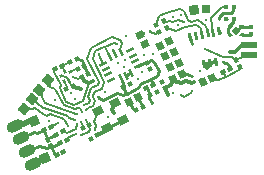
<source format=gtl>
G04*
G04 #@! TF.GenerationSoftware,Altium Limited,Altium Designer,19.0.15 (446)*
G04*
G04 Layer_Physical_Order=1*
G04 Layer_Color=255*
%FSLAX42Y42*%
%MOMM*%
G71*
G01*
G75*
%ADD11C,0.25*%
%ADD12C,0.15*%
%ADD18R,1.47X0.60*%
%ADD19R,0.10X0.10*%
%ADD20P,0.68X4X180.0*%
G04:AMPARAMS|DCode=21|XSize=0.27mm|YSize=0.65mm|CornerRadius=0mm|HoleSize=0mm|Usage=FLASHONLY|Rotation=190.000|XOffset=0mm|YOffset=0mm|HoleType=Round|Shape=Rectangle|*
%AMROTATEDRECTD21*
4,1,4,0.08,0.34,0.19,-0.30,-0.08,-0.34,-0.19,0.30,0.08,0.34,0.0*
%
%ADD21ROTATEDRECTD21*%

G04:AMPARAMS|DCode=22|XSize=0.25mm|YSize=0.65mm|CornerRadius=0mm|HoleSize=0mm|Usage=FLASHONLY|Rotation=190.000|XOffset=0mm|YOffset=0mm|HoleType=Round|Shape=Rectangle|*
%AMROTATEDRECTD22*
4,1,4,0.07,0.34,0.18,-0.30,-0.07,-0.34,-0.18,0.30,0.07,0.34,0.0*
%
%ADD22ROTATEDRECTD22*%

G04:AMPARAMS|DCode=23|XSize=0.35mm|YSize=0.44mm|CornerRadius=0mm|HoleSize=0mm|Usage=FLASHONLY|Rotation=116.000|XOffset=0mm|YOffset=0mm|HoleType=Round|Shape=Rectangle|*
%AMROTATEDRECTD23*
4,1,4,0.27,-0.06,-0.12,-0.25,-0.27,0.06,0.12,0.25,0.27,-0.06,0.0*
%
%ADD23ROTATEDRECTD23*%

G04:AMPARAMS|DCode=24|XSize=0.64mm|YSize=0.6mm|CornerRadius=0mm|HoleSize=0mm|Usage=FLASHONLY|Rotation=116.000|XOffset=0mm|YOffset=0mm|HoleType=Round|Shape=Rectangle|*
%AMROTATEDRECTD24*
4,1,4,0.41,-0.16,-0.13,-0.42,-0.41,0.16,0.13,0.42,0.41,-0.16,0.0*
%
%ADD24ROTATEDRECTD24*%

G04:AMPARAMS|DCode=25|XSize=0.35mm|YSize=0.44mm|CornerRadius=0mm|HoleSize=0mm|Usage=FLASHONLY|Rotation=26.000|XOffset=0mm|YOffset=0mm|HoleType=Round|Shape=Rectangle|*
%AMROTATEDRECTD25*
4,1,4,-0.06,-0.27,-0.25,0.12,0.06,0.27,0.25,-0.12,-0.06,-0.27,0.0*
%
%ADD25ROTATEDRECTD25*%

%ADD26R,0.44X0.35*%
G04:AMPARAMS|DCode=27|XSize=0.35mm|YSize=0.4mm|CornerRadius=0mm|HoleSize=0mm|Usage=FLASHONLY|Rotation=116.000|XOffset=0mm|YOffset=0mm|HoleType=Round|Shape=Rectangle|*
%AMROTATEDRECTD27*
4,1,4,0.26,-0.07,-0.10,-0.24,-0.26,0.07,0.10,0.24,0.26,-0.07,0.0*
%
%ADD27ROTATEDRECTD27*%

G04:AMPARAMS|DCode=28|XSize=0.35mm|YSize=0.4mm|CornerRadius=0mm|HoleSize=0mm|Usage=FLASHONLY|Rotation=206.000|XOffset=0mm|YOffset=0mm|HoleType=Round|Shape=Rectangle|*
%AMROTATEDRECTD28*
4,1,4,0.07,0.26,0.24,-0.10,-0.07,-0.26,-0.24,0.10,0.07,0.26,0.0*
%
%ADD28ROTATEDRECTD28*%

%ADD29R,0.40X0.35*%
G04:AMPARAMS|DCode=30|XSize=0.64mm|YSize=0.6mm|CornerRadius=0mm|HoleSize=0mm|Usage=FLASHONLY|Rotation=26.000|XOffset=0mm|YOffset=0mm|HoleType=Round|Shape=Rectangle|*
%AMROTATEDRECTD30*
4,1,4,-0.16,-0.41,-0.42,0.13,0.16,0.41,0.42,-0.13,-0.16,-0.41,0.0*
%
%ADD30ROTATEDRECTD30*%

%ADD31P,0.28X4X251.0*%
%ADD32P,0.22X8X228.5*%
G04:AMPARAMS|DCode=33|XSize=0.68mm|YSize=0.25mm|CornerRadius=0mm|HoleSize=0mm|Usage=FLASHONLY|Rotation=26.000|XOffset=0mm|YOffset=0mm|HoleType=Round|Shape=Rectangle|*
%AMROTATEDRECTD33*
4,1,4,-0.25,-0.26,-0.36,-0.04,0.25,0.26,0.36,0.04,-0.25,-0.26,0.0*
%
%ADD33ROTATEDRECTD33*%

G04:AMPARAMS|DCode=34|XSize=0.68mm|YSize=0.25mm|CornerRadius=0mm|HoleSize=0mm|Usage=FLASHONLY|Rotation=296.000|XOffset=0mm|YOffset=0mm|HoleType=Round|Shape=Rectangle|*
%AMROTATEDRECTD34*
4,1,4,-0.26,0.25,-0.04,0.36,0.26,-0.25,0.04,-0.36,-0.26,0.25,0.0*
%
%ADD34ROTATEDRECTD34*%

%ADD35R,0.35X0.40*%
G04:AMPARAMS|DCode=36|XSize=0.65mm|YSize=0.85mm|CornerRadius=0mm|HoleSize=0mm|Usage=FLASHONLY|Rotation=116.000|XOffset=0mm|YOffset=0mm|HoleType=Round|Shape=Rectangle|*
%AMROTATEDRECTD36*
4,1,4,0.52,-0.11,-0.24,-0.48,-0.52,0.11,0.24,0.48,0.52,-0.11,0.0*
%
%ADD36ROTATEDRECTD36*%

%ADD63R,0.80X0.80*%
%ADD64P,1.13X4X55.0*%
%ADD65P,1.13X4X161.0*%
%ADD66P,1.13X4X97.0*%
%ADD67C,0.30*%
%ADD68C,0.51*%
%ADD69C,0.20*%
%ADD70C,0.33*%
G04:AMPARAMS|DCode=71|XSize=0.9mm|YSize=1.5mm|CornerRadius=0mm|HoleSize=0mm|Usage=FLASHONLY|Rotation=116.000|XOffset=0mm|YOffset=0mm|HoleType=Round|Shape=Round|*
%AMOVALD71*
21,1,0.60,0.90,0.00,0.00,206.0*
1,1,0.90,0.27,0.13*
1,1,0.90,-0.27,-0.13*
%
%ADD71OVALD71*%

%ADD72C,0.30*%
%ADD73C,0.24*%
G36*
X-250Y235D02*
Y260D01*
X-228D01*
X-210Y242D01*
Y235D01*
X-250D01*
D02*
G37*
G36*
Y325D02*
Y300D01*
X-228D01*
X-210Y318D01*
Y325D01*
X-250D01*
D02*
G37*
G36*
X-167Y235D02*
X-120D01*
Y260D01*
X-142D01*
X-167Y235D01*
D02*
G37*
G36*
X-120Y325D02*
Y300D01*
X-142D01*
X-160Y318D01*
Y325D01*
X-120D01*
D02*
G37*
D11*
X-203Y478D02*
X-198D01*
X-207D02*
X-203D01*
X-212Y473D02*
X-207Y478D01*
X-333Y375D02*
X-332Y376D01*
Y395D02*
X-299Y428D01*
X-332Y376D02*
Y395D01*
X-230Y428D02*
X-212Y446D01*
X-299Y428D02*
X-230D01*
X-212Y446D02*
Y473D01*
X-573Y230D02*
X-562Y167D01*
X-440Y-35D02*
X-433Y-9D01*
X-440Y-35D02*
X-420Y-25D01*
X-440Y-35D02*
X-440Y-35D01*
X-420Y-25D02*
X-406Y5D01*
X-433Y-9D02*
X-431Y1D01*
X-254Y-3D02*
X-233Y-43D01*
X-133Y247D02*
X-66D01*
X-266Y377D02*
X-265Y376D01*
X-266Y377D02*
Y378D01*
X-211Y373D02*
X-206Y378D01*
X-211Y344D02*
Y373D01*
X-206Y378D02*
X-204D01*
X-238Y312D02*
Y317D01*
X-250Y260D02*
X-238Y247D01*
Y247D02*
Y247D01*
X-250Y260D02*
Y300D01*
X-238Y312D01*
X-66Y247D02*
X-62Y252D01*
X-67Y247D02*
X-66Y247D01*
X-64Y312D02*
X-63Y312D01*
X-133D02*
X-63D01*
X-62Y313D01*
X-180Y280D02*
X-148Y312D01*
X-133D01*
X-185Y280D02*
X-180D01*
X-292Y12D02*
X-254Y-3D01*
X-627Y-83D02*
X-560Y-106D01*
X-1013Y-287D02*
X-975Y-365D01*
X-2005Y-633D02*
X-1898Y-581D01*
X-1871Y-590D01*
X-1953Y-741D02*
X-1854Y-693D01*
X-1784Y-717D01*
X-1309Y-305D02*
X-1192Y-248D01*
X-1353Y-282D02*
X-1349Y-291D01*
X-1784Y-717D02*
X-1750Y-701D01*
X-1740Y-704D01*
X-1677Y-673D01*
X-1715Y-772D02*
X-1705Y-776D01*
X-1750Y-701D02*
X-1715Y-772D01*
X-1814Y-570D02*
X-1810Y-560D01*
X-1814Y-570D02*
X-1779Y-642D01*
X-1775Y-632D01*
X-1712Y-601D01*
X-1871Y-590D02*
X-1810Y-560D01*
X-1533Y42D02*
X-1493Y29D01*
X-1471Y-16D01*
X-1471D01*
X-1436Y-88D01*
X-1349Y-291D02*
X-1309Y-305D01*
X-1192Y-248D02*
X-1140Y-266D01*
X-1113Y-252D01*
X-1280Y-546D02*
X-1141Y-478D01*
X-641Y-90D02*
X-627Y-83D01*
X-1096Y-91D02*
X-1074Y-80D01*
X-1119Y-102D02*
X-1096Y-91D01*
X-905Y-130D02*
X-851Y-103D01*
X-995Y-174D02*
X-905Y-130D01*
X-907Y-136D02*
X-905Y-130D01*
X-907Y-136D02*
X-887Y-177D01*
X-940Y10D02*
X-904Y27D01*
X-876Y18D01*
X-837Y-63D01*
X-851Y-103D02*
X-837Y-63D01*
X-1004Y-200D02*
X-995Y-174D01*
X-1112Y-253D02*
X-1004Y-200D01*
X-1113Y-252D02*
X-1112Y-253D01*
X-1139Y-199D02*
X-1113Y-252D01*
X-945Y12D02*
X-940Y10D01*
X-1017Y-23D02*
X-945Y12D01*
X-1163Y-124D02*
X-1134Y-185D01*
X-1139Y-199D02*
X-1134Y-185D01*
X-861Y-233D02*
X-857Y-241D01*
X-945Y-206D02*
X-943Y-206D01*
X-913Y-268D01*
X-919Y-287D02*
X-913Y-268D01*
X-919Y-287D02*
X-897Y-332D01*
X-1091Y-321D02*
X-1061Y-381D01*
X-1030Y-392D01*
X-1013Y-287D02*
X-1012Y-283D01*
D12*
X-447Y125D02*
X-292Y57D01*
X-395Y388D02*
X-305Y478D01*
X-267D01*
X-395Y388D02*
X-376Y264D01*
X-438Y318D02*
X-425Y256D01*
X-510Y366D02*
X-438Y318D01*
X-485Y302D02*
X-474Y247D01*
X-522Y328D02*
X-485Y302D01*
X-273Y-109D02*
X-162Y-55D01*
X-338Y-140D02*
X-273Y-109D01*
X-292Y-72D02*
X-273Y-109D01*
X-385Y-121D02*
X-338Y-140D01*
X-162Y-55D02*
X-153Y-28D01*
X-588Y370D02*
X-566Y357D01*
X-626Y445D02*
X-588Y370D01*
X-566Y357D02*
X-510Y366D01*
X-660Y460D02*
X-626Y445D01*
X-615Y312D02*
X-522Y328D01*
X-695Y276D02*
X-615Y312D01*
X-150Y45D02*
X-71Y72D01*
X-182Y30D02*
X-150Y45D01*
X-220Y57D02*
X-182Y30D01*
X-292Y57D02*
X-220D01*
X-780Y430D02*
X-660Y460D01*
X-837Y403D02*
X-780Y430D01*
X-864Y325D02*
X-837Y403D01*
X-675Y370D02*
X-627Y355D01*
X-720Y350D02*
X-675Y370D01*
X-753Y362D02*
X-720Y350D01*
X-768Y355D02*
X-753Y362D01*
X-794Y361D02*
X-768Y355D01*
X-766Y302D02*
X-695Y276D01*
X-912Y268D02*
X-864Y255D01*
X-837Y270D01*
X-1977Y-382D02*
X-1923Y-381D01*
X-1910Y-385D01*
X-1883Y-379D01*
X-1819Y-430D01*
X-1789Y-439D01*
X-1915Y-303D02*
X-1819Y-376D01*
X-1758Y-195D02*
X-1715Y-212D01*
X-1777Y-188D02*
X-1758Y-195D01*
X-1780Y-134D02*
X-1762Y-182D01*
X-1758Y-195D01*
X-1830Y-252D02*
X-1824Y-262D01*
X-1827Y-278D02*
X-1824Y-262D01*
X-1827Y-278D02*
X-1800Y-337D01*
X-1715Y-212D02*
X-1644Y-354D01*
X-652Y-266D02*
X-627Y-279D01*
X-570Y-252D01*
X-558Y-229D01*
X-1194Y163D02*
X-1193Y164D01*
X-1196Y163D02*
X-1194Y163D01*
X-1221Y172D02*
X-1196Y163D01*
X-1622Y-213D02*
X-1617Y-196D01*
X-1641Y-149D02*
X-1617Y-196D01*
X-1601Y-458D02*
X-1548Y-477D01*
X-1544Y-553D02*
X-1530Y-513D01*
X-1614Y-631D02*
X-1544Y-597D01*
X-1614Y-587D02*
X-1544Y-553D01*
X-1654Y-573D02*
X-1614Y-587D01*
X-1641Y-467D02*
X-1611Y-530D01*
X-1433Y-165D02*
X-1433D01*
X-1483Y-312D02*
X-1433Y-165D01*
X-1555Y-347D02*
X-1483Y-312D01*
X-1411Y-210D02*
X-1357Y-183D01*
X-1435Y-279D02*
X-1411Y-210D01*
X-1435Y-279D02*
X-1421Y-306D01*
X-1321Y-211D02*
X-1303Y-157D01*
X-1384Y-241D02*
X-1321Y-211D01*
X-1398Y-281D02*
X-1384Y-241D01*
X-1398Y-281D02*
X-1381Y-317D01*
X-1622Y-324D02*
X-1555Y-347D01*
X-1679Y-207D02*
X-1622Y-324D01*
X-1679Y-207D02*
X-1670Y-180D01*
X-1724Y-70D02*
X-1670Y-180D01*
X-1724Y-70D02*
X-1716Y-47D01*
X-1520Y-374D02*
X-1506Y-379D01*
X-1547Y-387D02*
X-1520Y-374D01*
X-1538Y-428D02*
X-1529Y-423D01*
X-1800Y-337D02*
X-1538Y-428D01*
X-1610Y-440D02*
X-1601Y-458D01*
X-1810Y-371D02*
X-1610Y-440D01*
X-1819Y-376D02*
X-1810Y-371D01*
X-1762Y-425D02*
X-1641Y-467D01*
X-1789Y-439D02*
X-1762Y-425D01*
X-1430Y-330D02*
X-1421Y-306D01*
X-1475Y-352D02*
X-1430Y-330D01*
X-1394Y-357D02*
X-1381Y-317D01*
X-1439Y-379D02*
X-1394Y-357D01*
X-1439Y-379D02*
X-1439Y-379D01*
X-1383Y-563D02*
X-1369Y-523D01*
X-1457Y-388D02*
X-1439Y-379D01*
X-1619Y-645D02*
X-1614Y-631D01*
X-1752Y-532D02*
X-1691Y-502D01*
X-1588Y15D02*
X-1588Y15D01*
X-1657Y-18D02*
X-1588Y15D01*
X-1658Y-22D02*
X-1657Y-18D01*
X-1658Y-22D02*
X-1633Y-73D01*
X-1663Y-104D02*
X-1658Y-102D01*
X-1655Y-103D01*
X-1654Y-105D01*
X-1636Y-111D01*
X-1634Y-110D01*
X-1611Y-118D01*
X-1598Y-145D01*
X-1444Y41D02*
X-1348Y-157D01*
X-1357Y-183D02*
X-1348Y-157D01*
X-1399Y41D02*
X-1303Y-157D01*
X-1506Y-379D02*
X-1493Y-406D01*
X-1494Y-495D02*
X-1477Y-530D01*
X-1385Y-492D02*
X-1369Y-523D01*
X-1385Y-492D02*
X-1352Y-398D01*
X-1482Y-545D02*
X-1477Y-530D01*
X-1458Y-478D02*
X-1441Y-513D01*
X-1426Y-518D01*
X-1412Y135D02*
X-1232Y222D01*
X-1444Y41D02*
X-1412Y135D01*
X-1376Y107D02*
X-1305Y143D01*
X-1399Y41D02*
X-1376Y107D01*
X-1305Y143D02*
X-1291Y138D01*
X-1305Y143D02*
X-1305Y143D01*
X-1291Y138D02*
X-1252Y58D01*
X-1291Y138D02*
X-1221Y172D01*
X-1224Y115D02*
X-1207Y80D01*
X-917Y278D02*
X-912Y268D01*
X-1232Y222D02*
X-1165Y199D01*
X-1152Y172D01*
X-1171Y119D02*
X-1152Y172D01*
X-1171Y119D02*
X-1162Y102D01*
X-1344Y72D02*
X-1341Y80D01*
X-1344Y72D02*
X-1309Y1D01*
X-1195Y165D02*
X-1193Y164D01*
X-965Y252D02*
X-963Y259D01*
X-668Y7D02*
X-664Y9D01*
X-712Y97D02*
X-708Y99D01*
X-756Y187D02*
X-752Y189D01*
X-1644Y-354D02*
X-1547Y-387D01*
D18*
X-71Y72D02*
D03*
Y157D02*
D03*
D19*
X-238Y247D02*
D03*
Y312D02*
D03*
X-133D02*
D03*
Y247D02*
D03*
D20*
X-185Y280D02*
D03*
D21*
X-573Y230D02*
D03*
X-327Y273D02*
D03*
D22*
X-524Y238D02*
D03*
X-455Y-3D02*
D03*
X-474Y247D02*
D03*
X-406Y5D02*
D03*
X-425Y256D02*
D03*
X-357Y14D02*
D03*
X-376Y264D02*
D03*
D23*
X-292Y-72D02*
D03*
X-233Y-43D02*
D03*
X-887Y-177D02*
D03*
X-945Y-206D02*
D03*
X-1752Y-532D02*
D03*
X-1810Y-560D02*
D03*
X-1654Y-573D02*
D03*
X-1712Y-601D02*
D03*
X-1619Y-645D02*
D03*
X-1677Y-673D02*
D03*
X-1705Y-776D02*
D03*
X-1646Y-747D02*
D03*
X-1716Y-47D02*
D03*
X-1657Y-18D02*
D03*
D24*
X-465Y-159D02*
D03*
X-385Y-121D02*
D03*
X-720Y-129D02*
D03*
X-641Y-90D02*
D03*
X-1091Y-321D02*
D03*
X-1012Y-283D02*
D03*
X-831Y150D02*
D03*
X-752Y189D02*
D03*
X-787Y61D02*
D03*
X-708Y99D02*
D03*
X-743Y-29D02*
D03*
X-664Y9D02*
D03*
D25*
X-182Y30D02*
D03*
X-153Y-28D02*
D03*
X-766Y302D02*
D03*
X-794Y361D02*
D03*
X-1779Y-642D02*
D03*
X-1750Y-701D02*
D03*
D26*
X-267Y478D02*
D03*
X-203D02*
D03*
D27*
X-1622Y-213D02*
D03*
X-1566Y-185D02*
D03*
X-1471Y-16D02*
D03*
X-1526Y-44D02*
D03*
X-1436Y-88D02*
D03*
X-1491Y-115D02*
D03*
X-1533Y42D02*
D03*
X-1588Y15D02*
D03*
X-975Y-365D02*
D03*
X-1030Y-392D02*
D03*
X-857Y-241D02*
D03*
X-913Y-268D02*
D03*
X-1083Y-172D02*
D03*
X-1139Y-199D02*
D03*
X-1416Y-635D02*
D03*
X-1360Y-608D02*
D03*
X-1482Y-545D02*
D03*
X-1426Y-518D02*
D03*
D28*
X-912Y-46D02*
D03*
X-940Y10D02*
D03*
X-816Y-152D02*
D03*
X-789Y-208D02*
D03*
X-837Y270D02*
D03*
X-864Y325D02*
D03*
D29*
X-266Y378D02*
D03*
X-204Y378D02*
D03*
D30*
X-955Y163D02*
D03*
X-994Y242D02*
D03*
D31*
X-1598Y-145D02*
D03*
X-1641Y-149D02*
D03*
X-1663Y-104D02*
D03*
X-1633Y-73D02*
D03*
X-1591Y-69D02*
D03*
D32*
X-1569Y-114D02*
D03*
D33*
X-1309Y1D02*
D03*
X-1287Y-44D02*
D03*
X-1265Y-89D02*
D03*
X-1244Y-134D02*
D03*
X-1017Y-23D02*
D03*
X-1038Y22D02*
D03*
X-1060Y67D02*
D03*
X-1082Y112D02*
D03*
D34*
X-1163Y-124D02*
D03*
X-1119Y-102D02*
D03*
X-1074Y-80D02*
D03*
X-1162Y102D02*
D03*
X-1207Y80D02*
D03*
X-1252Y58D02*
D03*
D35*
X-62Y313D02*
D03*
X-62Y252D02*
D03*
D36*
X-1280Y-546D02*
D03*
X-1352Y-398D02*
D03*
X-1213Y-330D02*
D03*
X-1141Y-478D02*
D03*
D63*
X-438Y462D02*
D03*
D64*
X-543Y453D02*
D03*
D65*
X-1801Y-801D02*
D03*
X-1892Y-488D02*
D03*
D66*
X-1780Y-134D02*
D03*
X-1850Y-222D02*
D03*
X-1977Y-382D02*
D03*
X-1915Y-303D02*
D03*
D67*
X-431Y1D02*
X-406Y5D01*
X-455Y-3D02*
X-431Y1D01*
X-406Y5D02*
X-357Y14D01*
X-238Y317D02*
X-211Y344D01*
X-556Y-160D02*
X-540Y-152D01*
X-240Y97D02*
X-195D01*
X-139Y153D02*
X-69D01*
X-195Y97D02*
X-139Y153D01*
X-69D02*
X-65Y157D01*
X-790Y-210D02*
X-763Y-266D01*
X-1433Y-165D02*
X-1397Y-147D01*
X-1474Y-150D02*
X-1433Y-165D01*
X-1491Y-115D02*
X-1474Y-150D01*
X-606Y-143D02*
X-556Y-160D01*
X-652Y-165D02*
X-606Y-143D01*
X-713Y-144D02*
X-652Y-165D01*
X-720Y-129D02*
X-713Y-144D01*
X-720Y-129D02*
X-713Y-143D01*
X-739Y-184D02*
X-720Y-129D01*
X-789Y-208D02*
X-739Y-184D01*
X-790Y-210D02*
X-789Y-208D01*
D68*
X-2058Y-525D02*
X-1985Y-510D01*
X-1930Y-485D01*
X-1892Y-488D01*
X-1900Y-849D02*
X-1801Y-801D01*
X-2058Y-525D02*
X-2058Y-525D01*
D69*
X-1529Y-50D02*
X-1522Y-53D01*
X-1542Y-46D02*
X-1529Y-50D01*
X-1431Y-532D02*
X-1426Y-518D01*
X-1431Y-532D02*
X-1423Y-549D01*
X-1432Y-576D02*
X-1423Y-549D01*
X-1495Y-607D02*
X-1432Y-576D01*
X-1581Y-180D02*
X-1566Y-185D01*
X-1598Y-145D02*
X-1581Y-180D01*
X-1522Y-130D02*
X-1491Y-115D01*
X-1569Y-114D02*
X-1522Y-130D01*
X-1591Y-69D02*
X-1542Y-46D01*
D70*
X-1561Y-195D02*
X-1496Y-218D01*
X-1566Y-185D02*
X-1561Y-195D01*
X-1289Y-573D02*
X-1280Y-546D01*
X-1360Y-608D02*
X-1289Y-573D01*
X-1233Y-389D02*
X-1213Y-330D01*
X-1233Y-389D02*
X-1220Y-417D01*
D71*
X-2058Y-525D02*
D03*
X-2005Y-633D02*
D03*
X-1953Y-741D02*
D03*
X-1900Y-849D02*
D03*
D72*
X-265Y376D02*
D03*
X-310Y258D02*
D03*
X-333Y375D02*
D03*
X-522Y208D02*
D03*
X-457Y485D02*
D03*
X-555Y422D02*
D03*
X-440Y372D02*
D03*
X-203Y370D02*
D03*
X-67Y247D02*
D03*
X-64Y312D02*
D03*
X-292Y12D02*
D03*
X-478Y-130D02*
D03*
X-447Y125D02*
D03*
X-440Y-35D02*
D03*
X-490Y-63D02*
D03*
X-540Y-152D02*
D03*
X-562Y167D02*
D03*
X-243Y97D02*
D03*
X-627Y355D02*
D03*
X-655Y408D02*
D03*
X-679Y326D02*
D03*
X-1827Y-278D02*
D03*
X-1777Y-188D02*
D03*
X-715Y395D02*
D03*
X-558Y-229D02*
D03*
X-652Y-266D02*
D03*
X-763Y-266D02*
D03*
X-560Y-106D02*
D03*
X-1397Y-147D02*
D03*
X-1544Y-597D02*
D03*
X-1611Y-530D02*
D03*
X-1295Y-242D02*
D03*
X-1353Y-282D02*
D03*
X-1496Y-218D02*
D03*
X-1819Y-376D02*
D03*
X-1789Y-439D02*
D03*
X-1415Y-635D02*
D03*
X-1383Y-563D02*
D03*
X-1495Y-607D02*
D03*
X-1767Y-483D02*
D03*
X-1646Y-747D02*
D03*
X-1691Y-502D02*
D03*
X-1522Y-53D02*
D03*
X-1117Y232D02*
D03*
X-1360Y-608D02*
D03*
X-1546Y-298D02*
D03*
X-1422Y-95D02*
D03*
X-1220Y-417D02*
D03*
X-1270Y-453D02*
D03*
X-1581Y-249D02*
D03*
X-1626Y-202D02*
D03*
X-1224Y115D02*
D03*
X-917Y278D02*
D03*
X-816Y-152D02*
D03*
X-1341Y80D02*
D03*
X-1195Y165D02*
D03*
X-1096Y-91D02*
D03*
X-1083Y-172D02*
D03*
X-912Y-46D02*
D03*
X-861Y-233D02*
D03*
X-897Y-332D02*
D03*
X-1032Y-398D02*
D03*
X-967Y-361D02*
D03*
X-717Y-245D02*
D03*
X-963Y259D02*
D03*
X-955Y163D02*
D03*
X-743Y-29D02*
D03*
X-668Y7D02*
D03*
X-787Y61D02*
D03*
X-712Y97D02*
D03*
X-831Y150D02*
D03*
X-756Y187D02*
D03*
X-1720Y-305D02*
D03*
X-1130Y-32D02*
D03*
X-1015Y-127D02*
D03*
X-982Y-73D02*
D03*
X-1127Y32D02*
D03*
X-1182Y5D02*
D03*
X-885Y85D02*
D03*
X-968Y77D02*
D03*
D73*
X-1548Y-477D02*
D03*
X-1530Y-513D02*
D03*
X-1457Y-388D02*
D03*
X-1494Y-495D02*
D03*
X-1458Y-478D02*
D03*
X-1475Y-352D02*
D03*
X-1529Y-423D02*
D03*
X-1493Y-406D02*
D03*
M02*

</source>
